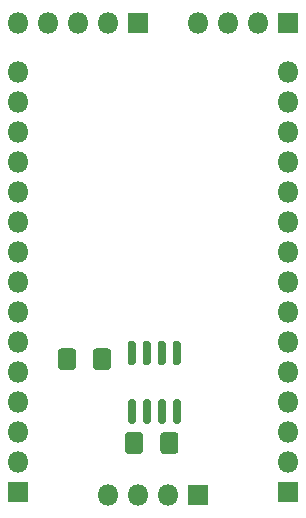
<source format=gbr>
%TF.GenerationSoftware,KiCad,Pcbnew,(5.1.6)-1*%
%TF.CreationDate,2021-02-26T18:45:46+01:00*%
%TF.ProjectId,STM32G031K8U6_Board,53544d33-3247-4303-9331-4b3855365f42,rev?*%
%TF.SameCoordinates,Original*%
%TF.FileFunction,Soldermask,Bot*%
%TF.FilePolarity,Negative*%
%FSLAX46Y46*%
G04 Gerber Fmt 4.6, Leading zero omitted, Abs format (unit mm)*
G04 Created by KiCad (PCBNEW (5.1.6)-1) date 2021-02-26 18:45:46*
%MOMM*%
%LPD*%
G01*
G04 APERTURE LIST*
%ADD10R,1.800000X1.800000*%
%ADD11O,1.800000X1.800000*%
G04 APERTURE END LIST*
D10*
%TO.C,J4*%
X111760000Y-78740000D03*
D11*
X111760000Y-76200000D03*
X111760000Y-73660000D03*
X111760000Y-71120000D03*
X111760000Y-68580000D03*
X111760000Y-66040000D03*
X111760000Y-63500000D03*
X111760000Y-60960000D03*
X111760000Y-58420000D03*
X111760000Y-55880000D03*
X111760000Y-53340000D03*
X111760000Y-50800000D03*
X111760000Y-48260000D03*
X111760000Y-45720000D03*
X111760000Y-43180000D03*
%TD*%
%TO.C,C3*%
G36*
G01*
X118125000Y-68157456D02*
X118125000Y-66842544D01*
G75*
G02*
X118392544Y-66575000I267544J0D01*
G01*
X119382456Y-66575000D01*
G75*
G02*
X119650000Y-66842544I0J-267544D01*
G01*
X119650000Y-68157456D01*
G75*
G02*
X119382456Y-68425000I-267544J0D01*
G01*
X118392544Y-68425000D01*
G75*
G02*
X118125000Y-68157456I0J267544D01*
G01*
G37*
G36*
G01*
X115150000Y-68157456D02*
X115150000Y-66842544D01*
G75*
G02*
X115417544Y-66575000I267544J0D01*
G01*
X116407456Y-66575000D01*
G75*
G02*
X116675000Y-66842544I0J-267544D01*
G01*
X116675000Y-68157456D01*
G75*
G02*
X116407456Y-68425000I-267544J0D01*
G01*
X115417544Y-68425000D01*
G75*
G02*
X115150000Y-68157456I0J267544D01*
G01*
G37*
%TD*%
%TO.C,C5*%
G36*
G01*
X120837500Y-75257456D02*
X120837500Y-73942544D01*
G75*
G02*
X121105044Y-73675000I267544J0D01*
G01*
X122094956Y-73675000D01*
G75*
G02*
X122362500Y-73942544I0J-267544D01*
G01*
X122362500Y-75257456D01*
G75*
G02*
X122094956Y-75525000I-267544J0D01*
G01*
X121105044Y-75525000D01*
G75*
G02*
X120837500Y-75257456I0J267544D01*
G01*
G37*
G36*
G01*
X123812500Y-75257456D02*
X123812500Y-73942544D01*
G75*
G02*
X124080044Y-73675000I267544J0D01*
G01*
X125069956Y-73675000D01*
G75*
G02*
X125337500Y-73942544I0J-267544D01*
G01*
X125337500Y-75257456D01*
G75*
G02*
X125069956Y-75525000I-267544J0D01*
G01*
X124080044Y-75525000D01*
G75*
G02*
X123812500Y-75257456I0J267544D01*
G01*
G37*
%TD*%
D10*
%TO.C,J1*%
X134620000Y-78740000D03*
D11*
X134620000Y-76200000D03*
X134620000Y-73660000D03*
X134620000Y-71120000D03*
X134620000Y-68580000D03*
X134620000Y-66040000D03*
X134620000Y-63500000D03*
X134620000Y-60960000D03*
X134620000Y-58420000D03*
X134620000Y-55880000D03*
X134620000Y-53340000D03*
X134620000Y-50800000D03*
X134620000Y-48260000D03*
X134620000Y-45720000D03*
X134620000Y-43180000D03*
%TD*%
D10*
%TO.C,J2*%
X134620000Y-39000000D03*
D11*
X132080000Y-39000000D03*
X129540000Y-39000000D03*
X127000000Y-39000000D03*
%TD*%
D10*
%TO.C,J3*%
X121920000Y-39000000D03*
D11*
X119380000Y-39000000D03*
X116840000Y-39000000D03*
X114300000Y-39000000D03*
X111760000Y-39000000D03*
%TD*%
%TO.C,J5*%
X119380000Y-79000000D03*
X121920000Y-79000000D03*
X124460000Y-79000000D03*
D10*
X127000000Y-79000000D03*
%TD*%
%TO.C,U2*%
G36*
G01*
X121220000Y-65950000D02*
X121570000Y-65950000D01*
G75*
G02*
X121745000Y-66125000I0J-175000D01*
G01*
X121745000Y-67825000D01*
G75*
G02*
X121570000Y-68000000I-175000J0D01*
G01*
X121220000Y-68000000D01*
G75*
G02*
X121045000Y-67825000I0J175000D01*
G01*
X121045000Y-66125000D01*
G75*
G02*
X121220000Y-65950000I175000J0D01*
G01*
G37*
G36*
G01*
X122490000Y-65950000D02*
X122840000Y-65950000D01*
G75*
G02*
X123015000Y-66125000I0J-175000D01*
G01*
X123015000Y-67825000D01*
G75*
G02*
X122840000Y-68000000I-175000J0D01*
G01*
X122490000Y-68000000D01*
G75*
G02*
X122315000Y-67825000I0J175000D01*
G01*
X122315000Y-66125000D01*
G75*
G02*
X122490000Y-65950000I175000J0D01*
G01*
G37*
G36*
G01*
X123760000Y-65950000D02*
X124110000Y-65950000D01*
G75*
G02*
X124285000Y-66125000I0J-175000D01*
G01*
X124285000Y-67825000D01*
G75*
G02*
X124110000Y-68000000I-175000J0D01*
G01*
X123760000Y-68000000D01*
G75*
G02*
X123585000Y-67825000I0J175000D01*
G01*
X123585000Y-66125000D01*
G75*
G02*
X123760000Y-65950000I175000J0D01*
G01*
G37*
G36*
G01*
X125030000Y-65950000D02*
X125380000Y-65950000D01*
G75*
G02*
X125555000Y-66125000I0J-175000D01*
G01*
X125555000Y-67825000D01*
G75*
G02*
X125380000Y-68000000I-175000J0D01*
G01*
X125030000Y-68000000D01*
G75*
G02*
X124855000Y-67825000I0J175000D01*
G01*
X124855000Y-66125000D01*
G75*
G02*
X125030000Y-65950000I175000J0D01*
G01*
G37*
G36*
G01*
X125030000Y-70900000D02*
X125380000Y-70900000D01*
G75*
G02*
X125555000Y-71075000I0J-175000D01*
G01*
X125555000Y-72775000D01*
G75*
G02*
X125380000Y-72950000I-175000J0D01*
G01*
X125030000Y-72950000D01*
G75*
G02*
X124855000Y-72775000I0J175000D01*
G01*
X124855000Y-71075000D01*
G75*
G02*
X125030000Y-70900000I175000J0D01*
G01*
G37*
G36*
G01*
X123760000Y-70900000D02*
X124110000Y-70900000D01*
G75*
G02*
X124285000Y-71075000I0J-175000D01*
G01*
X124285000Y-72775000D01*
G75*
G02*
X124110000Y-72950000I-175000J0D01*
G01*
X123760000Y-72950000D01*
G75*
G02*
X123585000Y-72775000I0J175000D01*
G01*
X123585000Y-71075000D01*
G75*
G02*
X123760000Y-70900000I175000J0D01*
G01*
G37*
G36*
G01*
X122490000Y-70900000D02*
X122840000Y-70900000D01*
G75*
G02*
X123015000Y-71075000I0J-175000D01*
G01*
X123015000Y-72775000D01*
G75*
G02*
X122840000Y-72950000I-175000J0D01*
G01*
X122490000Y-72950000D01*
G75*
G02*
X122315000Y-72775000I0J175000D01*
G01*
X122315000Y-71075000D01*
G75*
G02*
X122490000Y-70900000I175000J0D01*
G01*
G37*
G36*
G01*
X121220000Y-70900000D02*
X121570000Y-70900000D01*
G75*
G02*
X121745000Y-71075000I0J-175000D01*
G01*
X121745000Y-72775000D01*
G75*
G02*
X121570000Y-72950000I-175000J0D01*
G01*
X121220000Y-72950000D01*
G75*
G02*
X121045000Y-72775000I0J175000D01*
G01*
X121045000Y-71075000D01*
G75*
G02*
X121220000Y-70900000I175000J0D01*
G01*
G37*
%TD*%
M02*

</source>
